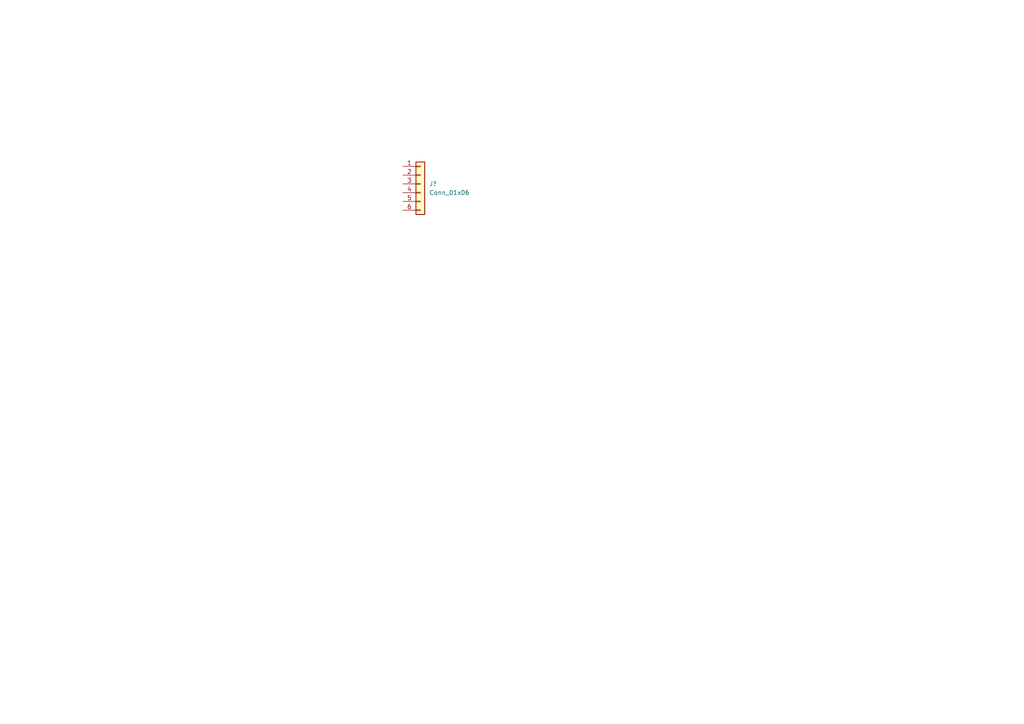
<source format=kicad_sch>
(kicad_sch (version 20211123) (generator eeschema)
  (paper "A4")
  (lib_symbols
    (symbol "Connector_Generic:Conn_01x06" (pin_names (offset 1.016) hide)
      (property "Reference" "J" (at 0 7.62 0))
      (property "Value" "Conn_01x06" (at 0 -10.16 0))
      (symbol "Conn_01x06_1_1"
        (rectangle (start -1.27 -7.493) (end 0 -7.747) (stroke (width 0.1524)))
        (rectangle (start -1.27 -4.953) (end 0 -5.207) (stroke (width 0.1524)))
        (rectangle (start -1.27 -2.413) (end 0 -2.667) (stroke (width 0.1524)))
        (rectangle (start -1.27 0.127) (end 0 -0.127) (stroke (width 0.1524)))
        (rectangle (start -1.27 2.667) (end 0 2.413) (stroke (width 0.1524)))
        (rectangle (start -1.27 5.207) (end 0 4.953) (stroke (width 0.1524)))
        (rectangle (start -1.27 6.35) (end 1.27 -8.89) (stroke (width 0.254)) (fill (type background)))
        (pin passive line (at -5.08 5.08 0) (length 3.81) (name "Pin_1") (number "1"))
        (pin passive line (at -5.08 2.54 0) (length 3.81) (name "Pin_2") (number "2"))
        (pin passive line (at -5.08 0 0) (length 3.81) (name "Pin_3") (number "3"))
        (pin passive line (at -5.08 -2.54 0) (length 3.81) (name "Pin_4") (number "4"))
        (pin passive line (at -5.08 -5.08 0) (length 3.81) (name "Pin_5") (number "5"))
        (pin passive line (at -5.08 -7.62 0) (length 3.81) (name "Pin_6") (number "6"))
      )
    )
  )
  (symbol (lib_id "Connector_Generic:Conn_01x06") (at 121.92 53.34 0) (unit 1)
    (property "Reference" "J?" (at 124.46 53.3399 0) (effects (justify left)))
    (property "Value" "Conn_01x06" (at 124.46 55.8799 0) (effects (justify left)))
  )
)
</source>
